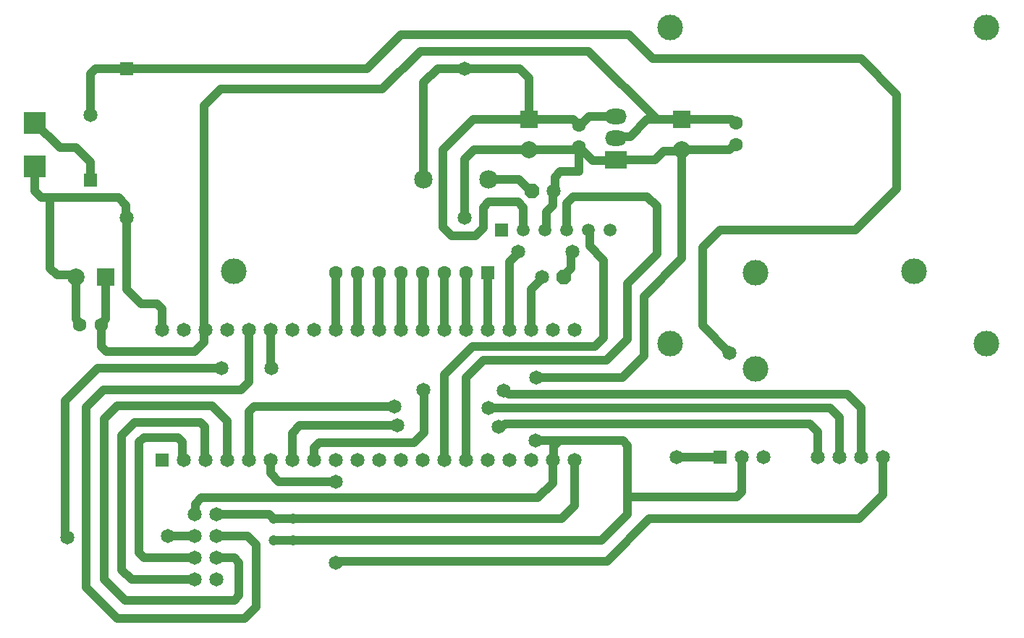
<source format=gbr>
%TF.GenerationSoftware,Altium Limited,Altium Designer,21.8.1 (53)*%
G04 Layer_Physical_Order=2*
G04 Layer_Color=16711680*
%FSLAX44Y44*%
%MOMM*%
%TF.SameCoordinates,5B2EC376-9E82-47C5-9F2C-D2063BE729DA*%
%TF.FilePolarity,Positive*%
%TF.FileFunction,Copper,L2,Bot,Signal*%
%TF.Part,Single*%
G01*
G75*
%TA.AperFunction,Conductor*%
%ADD10C,1.0000*%
%TA.AperFunction,ComponentPad*%
%ADD11C,1.6510*%
G04:AMPARAMS|DCode=12|XSize=1.651mm|YSize=1.651mm|CornerRadius=0mm|HoleSize=0mm|Usage=FLASHONLY|Rotation=0.000|XOffset=0mm|YOffset=0mm|HoleType=Round|Shape=Octagon|*
%AMOCTAGOND12*
4,1,8,0.8255,-0.4128,0.8255,0.4128,0.4128,0.8255,-0.4128,0.8255,-0.8255,0.4128,-0.8255,-0.4128,-0.4128,-0.8255,0.4128,-0.8255,0.8255,-0.4128,0.0*
%
%ADD12OCTAGOND12*%

%ADD13C,1.6500*%
%ADD14R,1.6500X1.6500*%
%ADD15C,3.0000*%
%ADD16R,2.0000X2.0000*%
%ADD17C,2.0000*%
%ADD18C,1.6000*%
%ADD19C,2.1590*%
%ADD20R,1.5200X1.5200*%
%ADD21C,1.5200*%
%ADD22R,2.5000X2.5000*%
%TA.AperFunction,WasherPad*%
%ADD23C,3.0000*%
%TA.AperFunction,ComponentPad*%
%ADD24R,1.6500X1.6500*%
%ADD25R,2.5400X2.0320*%
%ADD26O,2.5400X1.8000*%
%ADD27R,2.0000X2.0000*%
%ADD28R,1.6000X1.6000*%
%ADD29C,1.2000*%
%TA.AperFunction,ViaPad*%
%ADD30C,1.6500*%
D10*
X763270Y396240D02*
X807720Y440690D01*
X554990Y204470D02*
Y300990D01*
X575620Y321620D01*
X719130D01*
X562410Y337620D02*
X705920D01*
X716280Y347980D02*
Y438150D01*
X705920Y337620D02*
X716280Y347980D01*
X678204Y429213D02*
Y447064D01*
X669290Y420299D02*
X678204Y429213D01*
Y447064D02*
X679450Y448310D01*
X669290Y419100D02*
Y420299D01*
X631190Y404638D02*
X643890Y417338D01*
X631190Y356870D02*
Y404638D01*
X643890Y417338D02*
Y419100D01*
X605790Y436388D02*
X615950Y446548D01*
Y448310D01*
X647700Y473710D02*
X648695Y474705D01*
Y495025D01*
X656614Y502944D01*
Y518184D02*
X657860Y519430D01*
X656614Y502944D02*
Y518184D01*
X657860Y519430D02*
X659106Y520676D01*
Y535916D01*
X665247Y542057D02*
X687070D01*
X659106Y535916D02*
X665247Y542057D01*
X616728Y533400D02*
X630698Y519430D01*
X632460D01*
X581660Y533400D02*
X616728D01*
X566420Y467360D02*
X575310Y476250D01*
X528320Y477028D02*
X537988Y467360D01*
X566420D01*
X575310Y476250D02*
Y500380D01*
X699495Y454935D02*
X716280Y438150D01*
X699495Y454935D02*
Y472715D01*
X698500Y473710D02*
X699495Y472715D01*
X673100Y473710D02*
Y505460D01*
X680720Y513080D01*
X687070Y542057D02*
Y571500D01*
X615950Y506730D02*
X622300Y500380D01*
Y473710D02*
Y500380D01*
X581660Y506730D02*
X615950D01*
X575310Y500380D02*
X581660Y506730D01*
X769620Y135890D02*
X1014730D01*
X1042670Y163830D02*
Y208280D01*
X1014730Y135890D02*
X1042670Y163830D01*
X248920Y362736D02*
Y619760D01*
X267970Y638810D02*
X457200D01*
X248920Y619760D02*
X267970Y638810D01*
X763270Y326390D02*
Y396240D01*
X807720Y440690D02*
Y567970D01*
X58420Y511810D02*
X67310D01*
X50800Y519430D02*
X58420Y511810D01*
X50800Y519430D02*
Y548640D01*
X99060Y570230D02*
X115570Y553720D01*
Y532130D02*
Y553720D01*
X80010Y570230D02*
X99060D01*
X50800Y599440D02*
X80010Y570230D01*
X852170Y473710D02*
X1010920D01*
X831850Y361950D02*
Y453390D01*
X852170Y473710D01*
X831850Y361950D02*
X863600Y330200D01*
X1010920Y473710D02*
X1059180Y521970D01*
X639010Y160220D02*
X656590Y177800D01*
X505460Y533400D02*
Y646430D01*
X521840Y662810D01*
X553080D01*
X528320Y477028D02*
Y567690D01*
X1017270Y674370D02*
X1059180Y632460D01*
Y521970D02*
Y632460D01*
X773430Y674370D02*
X1017270D01*
X478790Y702310D02*
X745490D01*
X439290Y662810D02*
X478790Y702310D01*
X158120Y662810D02*
X439290D01*
X745490Y702310D02*
X773430Y674370D01*
X698500Y683260D02*
X778790Y602970D01*
X457200Y638810D02*
X501650Y683260D01*
X698500D01*
X248946Y358114D02*
X250190Y356870D01*
X248920Y362736D02*
X248946Y362710D01*
Y358114D02*
Y362710D01*
X766800Y602970D02*
X778790D01*
X67310Y511810D02*
X148590D01*
X68580Y429260D02*
Y510540D01*
X157480Y488450D02*
Y502920D01*
X148590Y511810D02*
X157480Y502920D01*
Y488450D02*
X158120Y487810D01*
X778790Y602970D02*
X807720D01*
X605790Y356870D02*
Y436388D01*
X743710Y346200D02*
Y410970D01*
X778510Y445770D01*
X719130Y321620D02*
X743710Y346200D01*
X158120Y404490D02*
Y487810D01*
X175260Y387350D02*
X193532D01*
X158120Y404490D02*
X175260Y387350D01*
X199390Y356870D02*
Y381492D01*
X193532Y387350D02*
X199390Y381492D01*
X238215Y141695D02*
Y153125D01*
X245310Y160220D01*
X639010D01*
X237490Y140970D02*
X238215Y141695D01*
X377190Y218932D02*
X383048Y224790D01*
X377190Y204470D02*
Y218932D01*
X383048Y224790D02*
X494030D01*
X98350Y369364D02*
Y419100D01*
Y369364D02*
X102870Y364844D01*
Y363220D02*
Y364844D01*
X67310Y511810D02*
X68580Y510540D01*
X96437Y421013D02*
X98350Y419100D01*
X76827Y421013D02*
X96437D01*
X68580Y429260D02*
X76827Y421013D01*
X128270Y363220D02*
Y364844D01*
X133350Y369924D02*
Y419100D01*
X128270Y364844D02*
X133350Y369924D01*
X134128Y331470D02*
X237490D01*
X128270Y337328D02*
Y363220D01*
Y337328D02*
X134128Y331470D01*
X737870Y300990D02*
X763270Y326390D01*
X637540Y300990D02*
X737870D01*
X680720Y513080D02*
X767080D01*
X778510Y501650D01*
Y445770D02*
Y501650D01*
X877570Y167148D02*
Y208280D01*
X628650Y567970D02*
X681916D01*
X564160D02*
X628650D01*
X528320Y567690D02*
X563600Y602970D01*
X628650D01*
X553080Y487810D02*
Y556890D01*
X564160Y567970D01*
X163830Y64770D02*
X237490D01*
X152400Y76200D02*
Y233680D01*
Y76200D02*
X163830Y64770D01*
X147320Y19050D02*
X295910D01*
X110490Y55880D02*
Y266700D01*
Y55880D02*
X147320Y19050D01*
X156210Y40640D02*
X283702D01*
X132080Y64770D02*
Y252730D01*
Y64770D02*
X156210Y40640D01*
X152400Y233680D02*
X167640Y248920D01*
X172720Y225282D02*
X178578Y231140D01*
X172720Y96028D02*
X178578Y90170D01*
X172720Y96028D02*
Y225282D01*
X178578Y231140D02*
X217688D01*
X178578Y90170D02*
X237490D01*
X167640Y248920D02*
X243942D01*
X147320Y267970D02*
X257810D01*
X132080Y252730D02*
X147320Y267970D01*
X124460Y312420D02*
X269240D01*
X86360Y116840D02*
Y274320D01*
X124460Y312420D01*
X130810Y287020D02*
X292100D01*
X110490Y266700D02*
X130810Y287020D01*
X601199Y285750D02*
X605209Y281740D01*
X599440Y285750D02*
X601199D01*
X605209Y281740D02*
X1000960D01*
X581660Y265430D02*
X980932D01*
X991870Y254492D01*
X1000960Y281740D02*
X1017270Y265430D01*
X594334Y245084D02*
X598930D01*
X600426Y246580D02*
X957380D01*
X598930Y245084D02*
X600426Y246580D01*
X593090Y243840D02*
X594334Y245084D01*
X957380Y246580D02*
X966470Y237490D01*
X404762Y86360D02*
X720090D01*
X769620Y135890D01*
X713740Y110490D02*
X744220Y140970D01*
X353060Y110490D02*
X713740D01*
X744220Y140970D02*
Y161290D01*
X871712D01*
X663546Y227330D02*
X738362D01*
X744220Y221472D01*
Y161290D02*
Y221472D01*
X681990Y204470D02*
X682625Y203835D01*
X206442Y115471D02*
X206492Y115520D01*
X237440D02*
X237490Y115570D01*
X206492Y115520D02*
X237440D01*
X86360Y116840D02*
X88900Y114300D01*
X300990Y295910D02*
Y356870D01*
X326390Y313690D02*
X327660Y312420D01*
X326390Y313690D02*
Y356870D01*
X636270Y227330D02*
X663546D01*
X663878Y226998D01*
X529590Y304800D02*
X562410Y337620D01*
X871712Y161290D02*
X877570Y167148D01*
X801370Y208280D02*
X852170D01*
X553080Y662810D02*
X617350D01*
X628650Y602970D02*
Y651510D01*
X617350Y662810D02*
X628650Y651510D01*
X326390Y189230D02*
Y204470D01*
X336150Y179470D02*
X402590D01*
X326390Y189230D02*
X336150Y179470D01*
X402839Y84437D02*
X404762Y86360D01*
X1017270Y208280D02*
Y265430D01*
X494030Y224790D02*
X506241Y237001D01*
Y286239D01*
X505460Y287020D02*
X506241Y286239D01*
X529590Y204470D02*
Y304800D01*
X300990Y204470D02*
Y261410D01*
X306848Y267268D01*
X471070D01*
X360680Y245110D02*
X474980D01*
X991870Y208280D02*
Y254492D01*
X351790Y236220D02*
X360680Y245110D01*
X656590Y177800D02*
Y204470D01*
X657834Y205714D01*
Y220954D02*
X663878Y226998D01*
X966470Y208280D02*
Y237490D01*
X657834Y205714D02*
Y220954D01*
X292100Y287020D02*
X300990Y295910D01*
X257810Y267970D02*
X275590Y250190D01*
Y204470D02*
Y250190D01*
X351790Y204470D02*
Y236220D01*
X283702Y90170D02*
X289560Y84312D01*
X283702Y40640D02*
X289560Y46498D01*
Y84312D01*
X262890Y90170D02*
X283702D01*
X223546Y205714D02*
Y225282D01*
X217688Y231140D02*
X223546Y225282D01*
X249800Y204860D02*
Y243062D01*
X243942Y248920D02*
X249800Y243062D01*
X223546Y205714D02*
X224790Y204470D01*
X353060Y135890D02*
X666750D01*
X681990Y151130D01*
X330200Y135890D02*
X353060D01*
X681990Y151130D02*
Y204470D01*
X330200Y110490D02*
X353060D01*
X324579Y140970D02*
X329659Y135890D01*
X330200D01*
X262890Y140970D02*
X324579D01*
X262890Y115570D02*
X299720D01*
X309880Y105410D01*
Y33020D02*
Y105410D01*
X295910Y19050D02*
X309880Y33020D01*
X249800Y204860D02*
X250190Y204470D01*
X237490Y64770D02*
X237490Y64770D01*
X580390Y356870D02*
Y424180D01*
X554990Y356870D02*
Y424180D01*
X529590Y356870D02*
Y424180D01*
X504190Y356870D02*
Y424180D01*
X478790Y356870D02*
Y424180D01*
X453390Y356870D02*
Y424180D01*
X427990Y356870D02*
Y424180D01*
X402590Y356870D02*
Y424180D01*
X248946Y355626D02*
X250190Y356870D01*
X248946Y342926D02*
Y355626D01*
X237490Y331470D02*
X248946Y342926D01*
X685446Y571500D02*
X687070D01*
X681916Y567970D02*
X685446Y571500D01*
X871220Y599440D02*
X872368Y600588D01*
X863526Y567970D02*
X869596Y574040D01*
X807720Y567970D02*
X863526D01*
X869596Y574040D02*
X871220D01*
X869596Y599440D02*
X871220D01*
X807720Y602970D02*
X866066D01*
X869596Y599440D01*
X785767Y566057D02*
X805807D01*
X807720Y567970D01*
X775970Y556260D02*
X785767Y566057D01*
X730250Y556260D02*
X775970D01*
X747021Y583191D02*
X766800Y602970D01*
X731781Y583191D02*
X747021D01*
X730250Y581660D02*
X731781Y583191D01*
X728980Y554990D02*
X730250Y556260D01*
X703580Y554990D02*
X728980D01*
X687070Y571500D02*
X703580Y554990D01*
X698854Y607060D02*
X730250D01*
X687070Y596900D02*
X688694D01*
X698854Y607060D01*
X686529Y596900D02*
X687070D01*
X628650Y602970D02*
X680459D01*
X686529Y596900D01*
X121920Y662940D02*
X157990D01*
X158120Y662810D01*
X115570Y656590D02*
X121920Y662940D01*
X115570Y608330D02*
Y656590D01*
D11*
X657860Y519430D02*
D03*
X615950Y448310D02*
D03*
X679450D02*
D03*
X643890Y419100D02*
D03*
D12*
X632460Y519430D02*
D03*
X669290Y419100D02*
D03*
D13*
X1042670Y208280D02*
D03*
X1017270D02*
D03*
X991870D02*
D03*
X966470D02*
D03*
X902970D02*
D03*
X877570D02*
D03*
X262890Y64770D02*
D03*
Y90170D02*
D03*
Y115570D02*
D03*
Y140970D02*
D03*
X237490D02*
D03*
Y115570D02*
D03*
Y90170D02*
D03*
Y64770D02*
D03*
X158120Y487810D02*
D03*
X553080Y662810D02*
D03*
Y487810D02*
D03*
X681990Y356870D02*
D03*
X656590D02*
D03*
X631190D02*
D03*
X605790D02*
D03*
X580390D02*
D03*
X554990D02*
D03*
X529590D02*
D03*
X504190D02*
D03*
X478790D02*
D03*
X453390D02*
D03*
X427990D02*
D03*
X402590D02*
D03*
X377190D02*
D03*
X351790D02*
D03*
X326390D02*
D03*
X300990D02*
D03*
X275590D02*
D03*
X250190D02*
D03*
X224790D02*
D03*
X199390D02*
D03*
X681990Y204470D02*
D03*
X656590D02*
D03*
X631190D02*
D03*
X605790D02*
D03*
X580390D02*
D03*
X554990D02*
D03*
X529590D02*
D03*
X504190D02*
D03*
X478790D02*
D03*
X453390D02*
D03*
X427990D02*
D03*
X402590D02*
D03*
X377190D02*
D03*
X351790D02*
D03*
X326390D02*
D03*
X300990D02*
D03*
X275590D02*
D03*
X250190D02*
D03*
X224790D02*
D03*
X115570Y608330D02*
D03*
D14*
X852170Y208280D02*
D03*
X199390Y204470D02*
D03*
D15*
X1164170Y340780D02*
D03*
Y710780D02*
D03*
X794170D02*
D03*
Y340780D02*
D03*
D16*
X133350Y419100D02*
D03*
D17*
X98350D02*
D03*
X807720Y567970D02*
D03*
X628650D02*
D03*
D18*
X102870Y363220D02*
D03*
X128270D02*
D03*
X687070Y596900D02*
D03*
Y571500D02*
D03*
X871220Y574040D02*
D03*
Y599440D02*
D03*
X554990Y424180D02*
D03*
X529590D02*
D03*
X504190D02*
D03*
X478790D02*
D03*
X453390D02*
D03*
X427990D02*
D03*
X402590D02*
D03*
D19*
X505460Y533400D02*
D03*
X581660D02*
D03*
D20*
X596900Y473710D02*
D03*
D21*
X622300D02*
D03*
X647700D02*
D03*
X673100D02*
D03*
X698500D02*
D03*
X723900D02*
D03*
D22*
X50800Y599440D02*
D03*
Y548640D02*
D03*
D23*
X894080Y311150D02*
D03*
X1079500Y425450D02*
D03*
X894080Y424180D02*
D03*
X283210Y425450D02*
D03*
D24*
X158120Y662810D02*
D03*
X115570Y532130D02*
D03*
D25*
X730250Y556260D02*
D03*
D26*
Y581660D02*
D03*
Y607060D02*
D03*
D27*
X807720Y602970D02*
D03*
X628650D02*
D03*
D28*
X580390Y424180D02*
D03*
D29*
X353060Y135890D02*
D03*
Y110490D02*
D03*
X330200Y135890D02*
D03*
Y110490D02*
D03*
D30*
X599440Y285750D02*
D03*
X637540Y300990D02*
D03*
X581660Y265430D02*
D03*
X593090Y243840D02*
D03*
X863600Y330200D02*
D03*
X206442Y115471D02*
D03*
X88900Y114300D02*
D03*
X269240Y312420D02*
D03*
X327660D02*
D03*
X636270Y227330D02*
D03*
X801370Y208280D02*
D03*
X402590Y179470D02*
D03*
X402839Y84437D02*
D03*
X505460Y287020D02*
D03*
X471070Y267268D02*
D03*
X474980Y245110D02*
D03*
%TF.MD5,f9236844e49de416bbb19b87ed72a809*%
M02*

</source>
